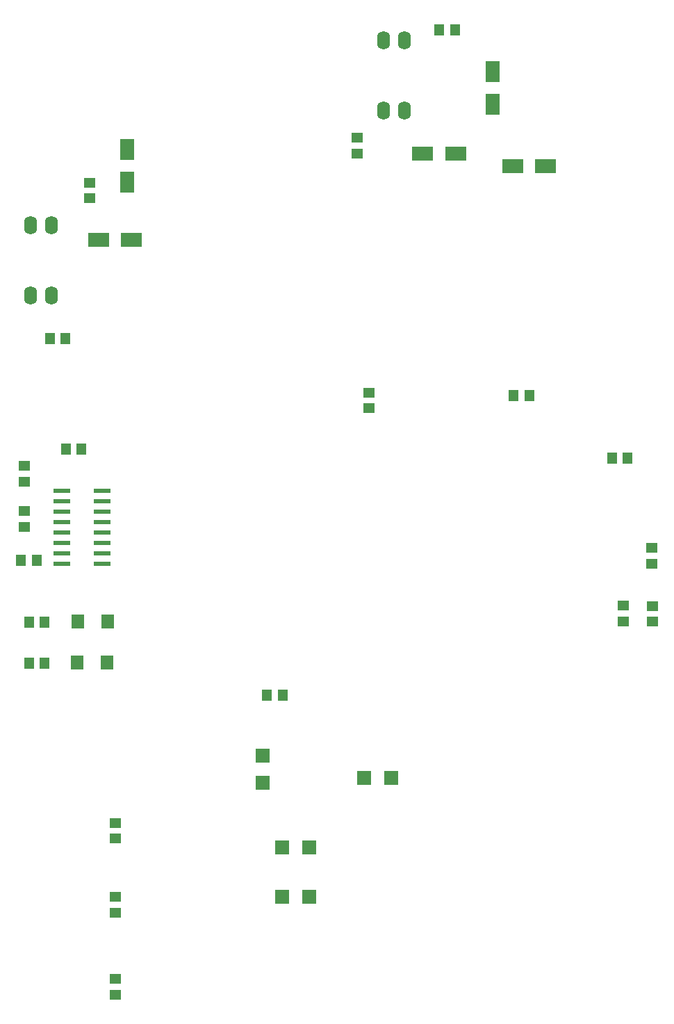
<source format=gtp>
G04*
G04 #@! TF.GenerationSoftware,Altium Limited,Altium Designer,21.3.2 (30)*
G04*
G04 Layer_Color=8421504*
%FSTAX24Y24*%
%MOIN*%
G70*
G04*
G04 #@! TF.SameCoordinates,1A830F01-20DA-4C5A-9A70-DFAE4FF976D2*
G04*
G04*
G04 #@! TF.FilePolarity,Positive*
G04*
G01*
G75*
%ADD17R,0.0984X0.0669*%
%ADD18R,0.0669X0.0984*%
%ADD19R,0.0472X0.0551*%
%ADD20R,0.0551X0.0472*%
%ADD21O,0.0630X0.0886*%
%ADD22R,0.0600X0.0650*%
%ADD23R,0.0669X0.0669*%
%ADD24R,0.0669X0.0669*%
G04:AMPARAMS|DCode=25|XSize=77.6mil|YSize=23.2mil|CornerRadius=2.9mil|HoleSize=0mil|Usage=FLASHONLY|Rotation=0.000|XOffset=0mil|YOffset=0mil|HoleType=Round|Shape=RoundedRectangle|*
%AMROUNDEDRECTD25*
21,1,0.0776,0.0174,0,0,0.0*
21,1,0.0718,0.0232,0,0,0.0*
1,1,0.0058,0.0359,-0.0087*
1,1,0.0058,-0.0359,-0.0087*
1,1,0.0058,-0.0359,0.0087*
1,1,0.0058,0.0359,0.0087*
%
%ADD25ROUNDEDRECTD25*%
D17*
X040157Y070472D02*
D03*
X041732D02*
D03*
X044488Y069882D02*
D03*
X046063D02*
D03*
X024606Y066339D02*
D03*
X026181D02*
D03*
D18*
X043504Y072835D02*
D03*
Y074409D02*
D03*
X025984Y070669D02*
D03*
Y069094D02*
D03*
D19*
X023031Y061614D02*
D03*
X022283D02*
D03*
X021281Y046039D02*
D03*
X022029D02*
D03*
X021281Y048008D02*
D03*
X022029D02*
D03*
X049234Y055882D02*
D03*
X049982D02*
D03*
X023049Y056301D02*
D03*
X023797D02*
D03*
X021636Y050983D02*
D03*
X020888D02*
D03*
X041711Y076402D02*
D03*
X040963D02*
D03*
X033443Y044512D02*
D03*
X032695D02*
D03*
X045276Y058858D02*
D03*
X044528D02*
D03*
D20*
X024189Y068325D02*
D03*
Y069073D02*
D03*
X049779Y048797D02*
D03*
Y048049D02*
D03*
X051157Y051553D02*
D03*
Y050805D02*
D03*
X051181Y048032D02*
D03*
Y04878D02*
D03*
X037008Y07122D02*
D03*
Y070472D02*
D03*
X025418Y03014D02*
D03*
Y030888D02*
D03*
Y034077D02*
D03*
Y034825D02*
D03*
Y03762D02*
D03*
Y038368D02*
D03*
X037598Y059016D02*
D03*
Y058268D02*
D03*
X021062Y054742D02*
D03*
Y05549D02*
D03*
Y052577D02*
D03*
Y053325D02*
D03*
D21*
X02135Y063681D02*
D03*
X02235D02*
D03*
Y067028D02*
D03*
X02135D02*
D03*
X03828Y075886D02*
D03*
X03928D02*
D03*
Y072539D02*
D03*
X03828D02*
D03*
D22*
X025Y046063D02*
D03*
X02358D02*
D03*
X025042Y048032D02*
D03*
X023622D02*
D03*
D23*
X03248Y040295D02*
D03*
Y041595D02*
D03*
D24*
X034705Y037205D02*
D03*
X033406D02*
D03*
X037343Y040551D02*
D03*
X038642D02*
D03*
X033405Y034843D02*
D03*
X034705D02*
D03*
D25*
X022845Y054309D02*
D03*
Y053809D02*
D03*
Y053309D02*
D03*
Y052809D02*
D03*
Y052309D02*
D03*
Y051809D02*
D03*
Y051309D02*
D03*
Y050809D02*
D03*
X024793D02*
D03*
Y051309D02*
D03*
Y051809D02*
D03*
Y052309D02*
D03*
Y052809D02*
D03*
Y053309D02*
D03*
Y053809D02*
D03*
Y054309D02*
D03*
M02*

</source>
